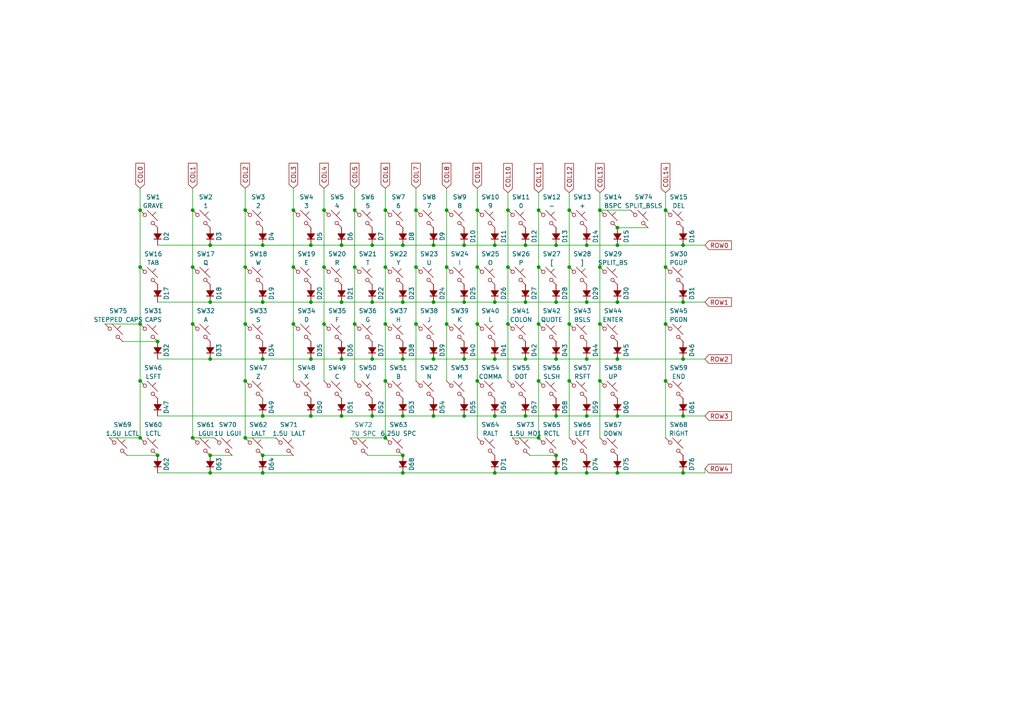
<source format=kicad_sch>
(kicad_sch (version 20230121) (generator eeschema)
  (paper "A4")
  (junction (at 170.18 137.16))
  (junction (at 134.62 104.14))
  (junction (at 60.96 104.14))
  (junction (at 161.29 132.08))
  (junction (at 71.12 77.47))
  (junction (at 179.07 120.65))
  (junction (at 193.04 77.47))
  (junction (at 134.62 71.12))
  (junction (at 76.2 137.16))
  (junction (at 107.95 120.65))
  (junction (at 76.2 120.65))
  (junction (at 85.09 60.96))
  (junction (at 193.04 93.98))
  (junction (at 193.04 60.96))
  (junction (at 156.21 77.47))
  (junction (at 116.84 87.63))
  (junction (at 173.99 110.49))
  (junction (at 152.4 87.63))
  (junction (at 198.12 87.63))
  (junction (at 85.09 77.47))
  (junction (at 93.98 60.96))
  (junction (at 156.21 60.96))
  (junction (at 90.17 71.12))
  (junction (at 99.06 120.65))
  (junction (at 102.87 93.98))
  (junction (at 90.17 87.63))
  (junction (at 71.12 60.96))
  (junction (at 111.76 77.47))
  (junction (at 156.21 93.98))
  (junction (at 138.43 110.49))
  (junction (at 134.62 87.63))
  (junction (at 102.87 77.47))
  (junction (at 138.43 77.47))
  (junction (at 165.1 77.47))
  (junction (at 120.65 60.96))
  (junction (at 71.12 110.49))
  (junction (at 134.62 120.65))
  (junction (at 161.29 120.65))
  (junction (at 165.1 110.49))
  (junction (at 125.73 120.65))
  (junction (at 71.12 127))
  (junction (at 179.07 104.14))
  (junction (at 156.21 127))
  (junction (at 198.12 137.16))
  (junction (at 116.84 132.08))
  (junction (at 173.99 77.47))
  (junction (at 147.32 77.47))
  (junction (at 193.04 110.49))
  (junction (at 60.96 132.08))
  (junction (at 179.07 71.12))
  (junction (at 111.76 60.96))
  (junction (at 60.96 71.12))
  (junction (at 93.98 77.47))
  (junction (at 90.17 120.65))
  (junction (at 55.88 93.98))
  (junction (at 129.54 77.47))
  (junction (at 125.73 87.63))
  (junction (at 125.73 104.14))
  (junction (at 45.72 132.08))
  (junction (at 179.07 66.04))
  (junction (at 40.64 77.47))
  (junction (at 165.1 60.96))
  (junction (at 152.4 120.65))
  (junction (at 76.2 87.63))
  (junction (at 99.06 87.63))
  (junction (at 147.32 60.96))
  (junction (at 116.84 137.16))
  (junction (at 173.99 93.98))
  (junction (at 107.95 87.63))
  (junction (at 198.12 71.12))
  (junction (at 165.1 93.98))
  (junction (at 116.84 120.65))
  (junction (at 76.2 132.08))
  (junction (at 152.4 104.14))
  (junction (at 107.95 71.12))
  (junction (at 170.18 71.12))
  (junction (at 71.12 93.98))
  (junction (at 40.64 110.49))
  (junction (at 179.07 87.63))
  (junction (at 143.51 87.63))
  (junction (at 170.18 87.63))
  (junction (at 125.73 71.12))
  (junction (at 55.88 60.96))
  (junction (at 173.99 60.96))
  (junction (at 99.06 104.14))
  (junction (at 40.64 127))
  (junction (at 161.29 104.14))
  (junction (at 45.72 99.06))
  (junction (at 198.12 120.65))
  (junction (at 147.32 93.98))
  (junction (at 111.76 93.98))
  (junction (at 138.43 60.96))
  (junction (at 120.65 93.98))
  (junction (at 85.09 93.98))
  (junction (at 161.29 87.63))
  (junction (at 111.76 110.49))
  (junction (at 170.18 120.65))
  (junction (at 161.29 71.12))
  (junction (at 179.07 137.16))
  (junction (at 152.4 71.12))
  (junction (at 161.29 137.16))
  (junction (at 102.87 60.96))
  (junction (at 170.18 104.14))
  (junction (at 156.21 110.49))
  (junction (at 111.76 127))
  (junction (at 198.12 104.14))
  (junction (at 40.64 93.98))
  (junction (at 60.96 87.63))
  (junction (at 40.64 60.96))
  (junction (at 107.95 104.14))
  (junction (at 76.2 104.14))
  (junction (at 138.43 93.98))
  (junction (at 143.51 104.14))
  (junction (at 90.17 104.14))
  (junction (at 93.98 93.98))
  (junction (at 129.54 93.98))
  (junction (at 129.54 60.96))
  (junction (at 99.06 71.12))
  (junction (at 143.51 137.16))
  (junction (at 55.88 77.47))
  (junction (at 143.51 71.12))
  (junction (at 76.2 71.12))
  (junction (at 116.84 104.14))
  (junction (at 116.84 71.12))
  (junction (at 55.88 127))
  (junction (at 60.96 137.16))
  (junction (at 143.51 120.65))
  (junction (at 120.65 77.47))
  (wire (pts (xy 60.96 104.14) (xy 76.2 104.14)))
  (wire (pts (xy 165.1 110.49) (xy 165.1 127)))
  (wire (pts (xy 161.29 87.63) (xy 170.18 87.63)))
  (wire (pts (xy 111.76 60.96) (xy 111.76 77.47)))
  (wire (pts (xy 85.09 132.08) (xy 76.2 132.08)))
  (wire (pts (xy 45.72 104.14) (xy 60.96 104.14)))
  (wire (pts (xy 173.99 77.47) (xy 173.99 93.98)))
  (wire (pts (xy 36.83 132.08) (xy 45.72 132.08)))
  (wire (pts (xy 60.96 87.63) (xy 76.2 87.63)))
  (wire (pts (xy 93.98 54.61) (xy 93.98 60.96)))
  (wire (pts (xy 204.47 137.16) (xy 198.12 137.16)))
  (wire (pts (xy 102.87 60.96) (xy 102.87 77.47)))
  (wire (pts (xy 71.12 93.98) (xy 71.12 110.49)))
  (wire (pts (xy 179.07 104.14) (xy 198.12 104.14)))
  (wire (pts (xy 125.73 120.65) (xy 134.62 120.65)))
  (wire (pts (xy 85.09 93.98) (xy 85.09 110.49)))
  (wire (pts (xy 204.47 135.89) (xy 204.47 137.16)))
  (wire (pts (xy 71.12 54.61) (xy 71.12 60.96)))
  (wire (pts (xy 35.56 99.06) (xy 45.72 99.06)))
  (wire (pts (xy 111.76 77.47) (xy 111.76 93.98)))
  (wire (pts (xy 179.07 137.16) (xy 198.12 137.16)))
  (wire (pts (xy 170.18 71.12) (xy 179.07 71.12)))
  (wire (pts (xy 125.73 87.63) (xy 134.62 87.63)))
  (wire (pts (xy 138.43 77.47) (xy 138.43 93.98)))
  (wire (pts (xy 161.29 104.14) (xy 170.18 104.14)))
  (wire (pts (xy 143.51 120.65) (xy 152.4 120.65)))
  (wire (pts (xy 102.87 54.61) (xy 102.87 60.96)))
  (wire (pts (xy 179.07 87.63) (xy 198.12 87.63)))
  (wire (pts (xy 170.18 120.65) (xy 179.07 120.65)))
  (wire (pts (xy 111.76 127) (xy 101.6 127)))
  (wire (pts (xy 55.88 93.98) (xy 55.88 127)))
  (wire (pts (xy 147.32 55.88) (xy 147.32 60.96)))
  (wire (pts (xy 165.1 60.96) (xy 165.1 77.47)))
  (wire (pts (xy 198.12 87.63) (xy 204.47 87.63)))
  (wire (pts (xy 153.67 132.08) (xy 161.29 132.08)))
  (wire (pts (xy 90.17 120.65) (xy 99.06 120.65)))
  (wire (pts (xy 148.59 127) (xy 156.21 127)))
  (wire (pts (xy 45.72 71.12) (xy 60.96 71.12)))
  (wire (pts (xy 193.04 77.47) (xy 193.04 93.98)))
  (wire (pts (xy 193.04 60.96) (xy 193.04 77.47)))
  (wire (pts (xy 71.12 110.49) (xy 71.12 127)))
  (wire (pts (xy 173.99 55.88) (xy 173.99 60.96)))
  (wire (pts (xy 111.76 93.98) (xy 111.76 110.49)))
  (wire (pts (xy 143.51 71.12) (xy 152.4 71.12)))
  (wire (pts (xy 30.48 93.98) (xy 40.64 93.98)))
  (wire (pts (xy 45.72 87.63) (xy 60.96 87.63)))
  (wire (pts (xy 165.1 55.88) (xy 165.1 60.96)))
  (wire (pts (xy 99.06 104.14) (xy 107.95 104.14)))
  (wire (pts (xy 138.43 54.61) (xy 138.43 60.96)))
  (wire (pts (xy 107.95 87.63) (xy 116.84 87.63)))
  (wire (pts (xy 129.54 93.98) (xy 129.54 110.49)))
  (wire (pts (xy 138.43 60.96) (xy 138.43 77.47)))
  (wire (pts (xy 152.4 71.12) (xy 161.29 71.12)))
  (wire (pts (xy 193.04 93.98) (xy 193.04 110.49)))
  (wire (pts (xy 85.09 60.96) (xy 85.09 77.47)))
  (wire (pts (xy 156.21 55.88) (xy 156.21 60.96)))
  (wire (pts (xy 40.64 110.49) (xy 40.64 127)))
  (wire (pts (xy 173.99 110.49) (xy 173.99 127)))
  (wire (pts (xy 165.1 93.98) (xy 165.1 110.49)))
  (wire (pts (xy 143.51 104.14) (xy 152.4 104.14)))
  (wire (pts (xy 45.72 137.16) (xy 60.96 137.16)))
  (wire (pts (xy 143.51 137.16) (xy 161.29 137.16)))
  (wire (pts (xy 134.62 104.14) (xy 143.51 104.14)))
  (wire (pts (xy 107.95 71.12) (xy 116.84 71.12)))
  (wire (pts (xy 116.84 71.12) (xy 125.73 71.12)))
  (wire (pts (xy 85.09 77.47) (xy 85.09 93.98)))
  (wire (pts (xy 55.88 54.61) (xy 55.88 60.96)))
  (wire (pts (xy 93.98 93.98) (xy 93.98 110.49)))
  (wire (pts (xy 99.06 87.63) (xy 107.95 87.63)))
  (wire (pts (xy 179.07 120.65) (xy 198.12 120.65)))
  (wire (pts (xy 80.01 127) (xy 71.12 127)))
  (wire (pts (xy 129.54 54.61) (xy 129.54 60.96)))
  (wire (pts (xy 60.96 132.08) (xy 67.31 132.08)))
  (wire (pts (xy 76.2 137.16) (xy 116.84 137.16)))
  (wire (pts (xy 143.51 87.63) (xy 152.4 87.63)))
  (wire (pts (xy 116.84 137.16) (xy 143.51 137.16)))
  (wire (pts (xy 156.21 60.96) (xy 156.21 77.47)))
  (wire (pts (xy 90.17 71.12) (xy 99.06 71.12)))
  (wire (pts (xy 125.73 71.12) (xy 134.62 71.12)))
  (wire (pts (xy 106.68 132.08) (xy 116.84 132.08)))
  (wire (pts (xy 120.65 54.61) (xy 120.65 60.96)))
  (wire (pts (xy 116.84 104.14) (xy 125.73 104.14)))
  (wire (pts (xy 147.32 93.98) (xy 147.32 110.49)))
  (wire (pts (xy 134.62 71.12) (xy 143.51 71.12)))
  (wire (pts (xy 40.64 60.96) (xy 40.64 77.47)))
  (wire (pts (xy 161.29 137.16) (xy 170.18 137.16)))
  (wire (pts (xy 120.65 93.98) (xy 120.65 110.49)))
  (wire (pts (xy 193.04 55.88) (xy 193.04 60.96)))
  (wire (pts (xy 152.4 87.63) (xy 161.29 87.63)))
  (wire (pts (xy 76.2 104.14) (xy 90.17 104.14)))
  (wire (pts (xy 71.12 60.96) (xy 71.12 77.47)))
  (wire (pts (xy 170.18 104.14) (xy 179.07 104.14)))
  (wire (pts (xy 147.32 77.47) (xy 147.32 93.98)))
  (wire (pts (xy 134.62 120.65) (xy 143.51 120.65)))
  (wire (pts (xy 156.21 77.47) (xy 156.21 93.98)))
  (wire (pts (xy 102.87 77.47) (xy 102.87 93.98)))
  (wire (pts (xy 93.98 60.96) (xy 93.98 77.47)))
  (wire (pts (xy 85.09 54.61) (xy 85.09 60.96)))
  (wire (pts (xy 60.96 137.16) (xy 76.2 137.16)))
  (wire (pts (xy 179.07 71.12) (xy 198.12 71.12)))
  (wire (pts (xy 125.73 104.14) (xy 134.62 104.14)))
  (wire (pts (xy 62.23 127) (xy 55.88 127)))
  (wire (pts (xy 152.4 104.14) (xy 161.29 104.14)))
  (wire (pts (xy 193.04 110.49) (xy 193.04 127)))
  (wire (pts (xy 198.12 120.65) (xy 204.47 120.65)))
  (wire (pts (xy 198.12 71.12) (xy 204.47 71.12)))
  (wire (pts (xy 55.88 60.96) (xy 55.88 77.47)))
  (wire (pts (xy 134.62 87.63) (xy 143.51 87.63)))
  (wire (pts (xy 170.18 87.63) (xy 179.07 87.63)))
  (wire (pts (xy 156.21 110.49) (xy 156.21 127)))
  (wire (pts (xy 138.43 110.49) (xy 138.43 127)))
  (wire (pts (xy 31.75 127) (xy 40.64 127)))
  (wire (pts (xy 55.88 77.47) (xy 55.88 93.98)))
  (wire (pts (xy 138.43 93.98) (xy 138.43 110.49)))
  (wire (pts (xy 147.32 60.96) (xy 147.32 77.47)))
  (wire (pts (xy 152.4 120.65) (xy 161.29 120.65)))
  (wire (pts (xy 99.06 71.12) (xy 107.95 71.12)))
  (wire (pts (xy 165.1 77.47) (xy 165.1 93.98)))
  (wire (pts (xy 90.17 87.63) (xy 99.06 87.63)))
  (wire (pts (xy 71.12 77.47) (xy 71.12 93.98)))
  (wire (pts (xy 60.96 71.12) (xy 76.2 71.12)))
  (wire (pts (xy 40.64 54.61) (xy 40.64 60.96)))
  (wire (pts (xy 120.65 77.47) (xy 120.65 93.98)))
  (wire (pts (xy 111.76 54.61) (xy 111.76 60.96)))
  (wire (pts (xy 129.54 60.96) (xy 129.54 77.47)))
  (wire (pts (xy 173.99 93.98) (xy 173.99 110.49)))
  (wire (pts (xy 102.87 93.98) (xy 102.87 110.49)))
  (wire (pts (xy 156.21 93.98) (xy 156.21 110.49)))
  (wire (pts (xy 76.2 120.65) (xy 90.17 120.65)))
  (wire (pts (xy 107.95 104.14) (xy 116.84 104.14)))
  (wire (pts (xy 161.29 71.12) (xy 170.18 71.12)))
  (wire (pts (xy 198.12 104.14) (xy 204.47 104.14)))
  (wire (pts (xy 90.17 104.14) (xy 99.06 104.14)))
  (wire (pts (xy 40.64 93.98) (xy 40.64 110.49)))
  (wire (pts (xy 45.72 120.65) (xy 76.2 120.65)))
  (wire (pts (xy 129.54 77.47) (xy 129.54 93.98)))
  (wire (pts (xy 116.84 120.65) (xy 125.73 120.65)))
  (wire (pts (xy 76.2 71.12) (xy 90.17 71.12)))
  (wire (pts (xy 99.06 120.65) (xy 107.95 120.65)))
  (wire (pts (xy 93.98 77.47) (xy 93.98 93.98)))
  (wire (pts (xy 76.2 87.63) (xy 90.17 87.63)))
  (wire (pts (xy 116.84 87.63) (xy 125.73 87.63)))
  (wire (pts (xy 107.95 120.65) (xy 116.84 120.65)))
  (wire (pts (xy 173.99 60.96) (xy 173.99 77.47)))
  (wire (pts (xy 120.65 60.96) (xy 120.65 77.47)))
  (wire (pts (xy 170.18 137.16) (xy 179.07 137.16)))
  (wire (pts (xy 179.07 66.04) (xy 187.96 66.04)))
  (wire (pts (xy 161.29 120.65) (xy 170.18 120.65)))
  (wire (pts (xy 173.99 60.96) (xy 182.88 60.96)))
  (wire (pts (xy 40.64 77.47) (xy 40.64 93.98)))
  (wire (pts (xy 111.76 110.49) (xy 111.76 127)))
  (global_label "COL9" (shape input) (at 138.43 54.61 90) (property "Intersheetrefs" "${INTERSHEET_REFS}" (effects hide)))
  (global_label "COL0" (shape input) (at 40.64 54.61 90) (property "Intersheetrefs" "${INTERSHEET_REFS}" (effects hide)))
  (global_label "ROW4" (shape input) (at 204.47 135.89 0) (property "Intersheetrefs" "${INTERSHEET_REFS}" (effects hide)))
  (global_label "COL14" (shape input) (at 193.04 55.88 90) (property "Intersheetrefs" "${INTERSHEET_REFS}" (effects hide)))
  (global_label "COL3" (shape input) (at 85.09 54.61 90) (property "Intersheetrefs" "${INTERSHEET_REFS}" (effects hide)))
  (global_label "ROW0" (shape input) (at 204.47 71.12 0) (property "Intersheetrefs" "${INTERSHEET_REFS}" (effects hide)))
  (global_label "COL4" (shape input) (at 93.98 54.61 90) (property "Intersheetrefs" "${INTERSHEET_REFS}" (effects hide)))
  (global_label "COL12" (shape input) (at 165.1 55.88 90) (property "Intersheetrefs" "${INTERSHEET_REFS}" (effects hide)))
  (global_label "COL2" (shape input) (at 71.12 54.61 90) (property "Intersheetrefs" "${INTERSHEET_REFS}" (effects hide)))
  (global_label "COL5" (shape input) (at 102.87 54.61 90) (property "Intersheetrefs" "${INTERSHEET_REFS}" (effects hide)))
  (global_label "COL8" (shape input) (at 129.54 54.61 90) (property "Intersheetrefs" "${INTERSHEET_REFS}" (effects hide)))
  (global_label "COL13" (shape input) (at 173.99 55.88 90) (property "Intersheetrefs" "${INTERSHEET_REFS}" (effects hide)))
  (global_label "COL1" (shape input) (at 55.88 54.61 90) (property "Intersheetrefs" "${INTERSHEET_REFS}" (effects hide)))
  (global_label "COL10" (shape input) (at 147.32 55.88 90) (property "Intersheetrefs" "${INTERSHEET_REFS}" (effects hide)))
  (global_label "COL11" (shape input) (at 156.21 55.88 90) (property "Intersheetrefs" "${INTERSHEET_REFS}" (effects hide)))
  (global_label "ROW3" (shape input) (at 204.47 120.65 0) (property "Intersheetrefs" "${INTERSHEET_REFS}" (effects hide)))
  (global_label "COL7" (shape input) (at 120.65 54.61 90) (property "Intersheetrefs" "${INTERSHEET_REFS}" (effects hide)))
  (global_label "COL6" (shape input) (at 111.76 54.61 90) (property "Intersheetrefs" "${INTERSHEET_REFS}" (effects hide)))
  (global_label "ROW1" (shape input) (at 204.47 87.63 0) (property "Intersheetrefs" "${INTERSHEET_REFS}" (effects hide)))
  (global_label "ROW2" (shape input) (at 204.47 104.14 0) (property "Intersheetrefs" "${INTERSHEET_REFS}" (effects hide)))
  (symbol (lib_id "Switch:SW_Push_45deg") (at 158.75 80.01 0) (unit 1)
    (property "Reference" "SW27" (at 160.02 73.66 0))
    (property "Value" "[" (at 160.02 76.2 0))
    (property "Footprint" "PCM_Switch_Keyboard_Cherry_MX:SW_Cherry_MX_PCB_1.00u_valueprint" (effects hide))
  )
  (symbol (lib_id "Device:D_Small_Filled") (at 152.4 101.6 90) (unit 1)
    (property "Reference" "D42" (at 154.94 101.6 0))
    (property "Value" "D_Small_Filled" (effects hide))
    (property "Footprint" "Diode_SMD:D_SOD-123" (effects hide))
    (property "Sim.Device" "D" (effects hide))
    (property "Sim.Pins" "1=K 2=A" (effects hide))
  )
  (symbol (lib_id "Switch:SW_Push_45deg") (at 58.42 129.54 0) (unit 1)
    (property "Reference" "SW61" (at 59.69 123.19 0))
    (property "Value" "LGUI" (at 59.69 125.73 0))
    (property "Footprint" "PCM_Switch_Keyboard_Cherry_MX:SW_Cherry_MX_PCB_1.25u_valueprint" (effects hide))
  )
  (symbol (lib_id "Device:D_Small_Filled") (at 90.17 85.09 90) (unit 1)
    (property "Reference" "D20" (at 92.71 85.09 0))
    (property "Value" "D_Small_Filled" (effects hide))
    (property "Footprint" "Diode_SMD:D_SOD-123" (effects hide))
    (property "Sim.Device" "D" (effects hide))
    (property "Sim.Pins" "1=K 2=A" (effects hide))
  )
  (symbol (lib_id "Device:D_Small_Filled") (at 179.07 68.58 90) (unit 1)
    (property "Reference" "D15" (at 181.61 68.58 0))
    (property "Value" "D_Small_Filled" (effects hide))
    (property "Footprint" "Diode_SMD:D_SOD-123" (effects hide))
    (property "Sim.Device" "D" (effects hide))
    (property "Sim.Pins" "1=K 2=A" (effects hide))
  )
  (symbol (lib_id "Device:D_Small_Filled") (at 161.29 68.58 90) (unit 1)
    (property "Reference" "D13" (at 163.83 68.58 0))
    (property "Value" "D_Small_Filled" (effects hide))
    (property "Footprint" "Diode_SMD:D_SOD-123" (effects hide))
    (property "Sim.Device" "D" (effects hide))
    (property "Sim.Pins" "1=K 2=A" (effects hide))
  )
  (symbol (lib_id "Switch:SW_Push_45deg") (at 132.08 63.5 0) (unit 1)
    (property "Reference" "SW9" (at 133.35 57.15 0))
    (property "Value" "8" (at 133.35 59.69 0))
    (property "Footprint" "PCM_Switch_Keyboard_Cherry_MX:SW_Cherry_MX_PCB_1.00u_valueprint" (effects hide))
  )
  (symbol (lib_id "Switch:SW_Push_45deg") (at 123.19 80.01 0) (unit 1)
    (property "Reference" "SW23" (at 124.46 73.66 0))
    (property "Value" "U" (at 124.46 76.2 0))
    (property "Footprint" "PCM_Switch_Keyboard_Cherry_MX:SW_Cherry_MX_PCB_1.00u_valueprint" (effects hide))
  )
  (symbol (lib_id "Switch:SW_Push_45deg") (at 34.29 129.54 0) (unit 1)
    (property "Reference" "SW69" (at 35.56 123.19 0))
    (property "Value" "1.5U LCTL" (at 35.56 125.73 0))
    (property "Footprint" "PCM_Switch_Keyboard_Cherry_MX:SW_Cherry_MX_PCB_1.50u_valueprint" (effects hide))
  )
  (symbol (lib_id "Device:D_Small_Filled") (at 107.95 118.11 90) (unit 1)
    (property "Reference" "D52" (at 110.49 118.11 0))
    (property "Value" "D_Small_Filled" (effects hide))
    (property "Footprint" "Diode_SMD:D_SOD-123" (effects hide))
    (property "Sim.Device" "D" (effects hide))
    (property "Sim.Pins" "1=K 2=A" (effects hide))
  )
  (symbol (lib_id "Switch:SW_Push_45deg") (at 43.18 96.52 0) (unit 1)
    (property "Reference" "SW31" (at 44.45 90.17 0))
    (property "Value" "CAPS" (at 44.45 92.71 0))
    (property "Footprint" "PCM_Switch_Keyboard_Cherry_MX:SW_Cherry_MX_PCB_1.75u_valueprint" (effects hide))
  )
  (symbol (lib_id "Device:D_Small_Filled") (at 143.51 85.09 90) (unit 1)
    (property "Reference" "D26" (at 146.05 85.09 0))
    (property "Value" "D_Small_Filled" (effects hide))
    (property "Footprint" "Diode_SMD:D_SOD-123" (effects hide))
    (property "Sim.Device" "D" (effects hide))
    (property "Sim.Pins" "1=K 2=A" (effects hide))
  )
  (symbol (lib_id "Switch:SW_Push_45deg") (at 105.41 113.03 0) (unit 1)
    (property "Reference" "SW50" (at 106.68 106.68 0))
    (property "Value" "V" (at 106.68 109.22 0))
    (property "Footprint" "PCM_Switch_Keyboard_Cherry_MX:SW_Cherry_MX_PCB_1.00u_valueprint" (effects hide))
  )
  (symbol (lib_id "Switch:SW_Push_45deg") (at 96.52 63.5 0) (unit 1)
    (property "Reference" "SW5" (at 97.79 57.15 0))
    (property "Value" "4" (at 97.79 59.69 0))
    (property "Footprint" "PCM_Switch_Keyboard_Cherry_MX:SW_Cherry_MX_PCB_1.00u_valueprint" (effects hide))
  )
  (symbol (lib_id "Device:D_Small_Filled") (at 143.51 68.58 90) (unit 1)
    (property "Reference" "D11" (at 146.05 68.58 0))
    (property "Value" "D_Small_Filled" (effects hide))
    (property "Footprint" "Diode_SMD:D_SOD-123" (effects hide))
    (property "Sim.Device" "D" (effects hide))
    (property "Sim.Pins" "1=K 2=A" (effects hide))
  )
  (symbol (lib_id "Device:D_Small_Filled") (at 60.96 68.58 90) (unit 1)
    (property "Reference" "D3" (at 63.5 68.58 0))
    (property "Value" "D_Small_Filled" (effects hide))
    (property "Footprint" "Diode_SMD:D_SOD-123" (effects hide))
    (property "Sim.Device" "D" (effects hide))
    (property "Sim.Pins" "1=K 2=A" (effects hide))
  )
  (symbol (lib_id "Device:D_Small_Filled") (at 134.62 85.09 90) (unit 1)
    (property "Reference" "D25" (at 137.16 85.09 0))
    (property "Value" "D_Small_Filled" (effects hide))
    (property "Footprint" "Diode_SMD:D_SOD-123" (effects hide))
    (property "Sim.Device" "D" (effects hide))
    (property "Sim.Pins" "1=K 2=A" (effects hide))
  )
  (symbol (lib_id "Switch:SW_Push_45deg") (at 149.86 96.52 0) (unit 1)
    (property "Reference" "SW41" (at 151.13 90.17 0))
    (property "Value" "COLON" (at 151.13 92.71 0))
    (property "Footprint" "PCM_Switch_Keyboard_Cherry_MX:SW_Cherry_MX_PCB_1.00u_valueprint" (effects hide))
  )
  (symbol (lib_id "Switch:SW_Push_45deg") (at 158.75 63.5 0) (unit 1)
    (property "Reference" "SW12" (at 160.02 57.15 0))
    (property "Value" "-" (at 160.02 59.69 0))
    (property "Footprint" "PCM_Switch_Keyboard_Cherry_MX:SW_Cherry_MX_PCB_1.00u_valueprint" (effects hide))
  )
  (symbol (lib_id "Switch:SW_Push_45deg") (at 195.58 80.01 0) (unit 1)
    (property "Reference" "SW30" (at 196.85 73.66 0))
    (property "Value" "PGUP" (at 196.85 76.2 0))
    (property "Footprint" "PCM_Switch_Keyboard_Cherry_MX:SW_Cherry_MX_PCB_1.00u_valueprint" (effects hide))
  )
  (symbol (lib_id "Switch:SW_Push_45deg") (at 167.64 96.52 0) (unit 1)
    (property "Reference" "SW43" (at 168.91 90.17 0))
    (property "Value" "BSLS" (at 168.91 92.71 0))
    (property "Footprint" "PCM_Switch_Keyboard_Cherry_MX:SW_Cherry_MX_PCB_1.50u_valueprint" (effects hide))
  )
  (symbol (lib_id "Device:D_Small_Filled") (at 161.29 118.11 90) (unit 1)
    (property "Reference" "D58" (at 163.83 118.11 0))
    (property "Value" "D_Small_Filled" (effects hide))
    (property "Footprint" "Diode_SMD:D_SOD-123" (effects hide))
    (property "Sim.Device" "D" (effects hide))
    (property "Sim.Pins" "1=K 2=A" (effects hide))
  )
  (symbol (lib_id "Switch:SW_Push_45deg") (at 96.52 113.03 0) (unit 1)
    (property "Reference" "SW49" (at 97.79 106.68 0))
    (property "Value" "C" (at 97.79 109.22 0))
    (property "Footprint" "PCM_Switch_Keyboard_Cherry_MX:SW_Cherry_MX_PCB_1.00u_valueprint" (effects hide))
  )
  (symbol (lib_id "Switch:SW_Push_45deg") (at 149.86 113.03 0) (unit 1)
    (property "Reference" "SW55" (at 151.13 106.68 0))
    (property "Value" "DOT" (at 151.13 109.22 0))
    (property "Footprint" "PCM_Switch_Keyboard_Cherry_MX:SW_Cherry_MX_PCB_1.00u_valueprint" (effects hide))
  )
  (symbol (lib_id "Switch:SW_Push_45deg") (at 43.18 129.54 0) (unit 1)
    (property "Reference" "SW60" (at 44.45 123.19 0))
    (property "Value" "LCTL" (at 44.45 125.73 0))
    (property "Footprint" "PCM_Switch_Keyboard_Cherry_MX:SW_Cherry_MX_PCB_1.25u_valueprint" (effects hide))
  )
  (symbol (lib_id "Switch:SW_Push_45deg") (at 96.52 80.01 0) (unit 1)
    (property "Reference" "SW20" (at 97.79 73.66 0))
    (property "Value" "R" (at 97.79 76.2 0))
    (property "Footprint" "PCM_Switch_Keyboard_Cherry_MX:SW_Cherry_MX_PCB_1.00u_valueprint" (effects hide))
  )
  (symbol (lib_id "Switch:SW_Push_45deg") (at 123.19 96.52 0) (unit 1)
    (property "Reference" "SW38" (at 124.46 90.17 0))
    (property "Value" "J" (at 124.46 92.71 0))
    (property "Footprint" "PCM_Switch_Keyboard_Cherry_MX:SW_Cherry_MX_PCB_1.00u_valueprint" (effects hide))
  )
  (symbol (lib_id "Switch:SW_Push_45deg") (at 114.3 80.01 0) (unit 1)
    (property "Reference" "SW22" (at 115.57 73.66 0))
    (property "Value" "Y" (at 115.57 76.2 0))
    (property "Footprint" "PCM_Switch_Keyboard_Cherry_MX:SW_Cherry_MX_PCB_1.00u_valueprint" (effects hide))
  )
  (symbol (lib_id "Device:D_Small_Filled") (at 198.12 68.58 90) (unit 1)
    (property "Reference" "D16" (at 200.66 68.58 0))
    (property "Value" "D_Small_Filled" (effects hide))
    (property "Footprint" "Diode_SMD:D_SOD-123" (effects hide))
    (property "Sim.Device" "D" (effects hide))
    (property "Sim.Pins" "1=K 2=A" (effects hide))
  )
  (symbol (lib_id "Switch:SW_Push_45deg") (at 123.19 63.5 0) (unit 1)
    (property "Reference" "SW8" (at 124.46 57.15 0))
    (property "Value" "7" (at 124.46 59.69 0))
    (property "Footprint" "PCM_Switch_Keyboard_Cherry_MX:SW_Cherry_MX_PCB_1.00u_valueprint" (effects hide))
  )
  (symbol (lib_id "Switch:SW_Push_45deg") (at 73.66 96.52 0) (unit 1)
    (property "Reference" "SW33" (at 74.93 90.17 0))
    (property "Value" "S" (at 74.93 92.71 0))
    (property "Footprint" "PCM_Switch_Keyboard_Cherry_MX:SW_Cherry_MX_PCB_1.00u_valueprint" (effects hide))
  )
  (symbol (lib_id "Switch:SW_Push_45deg") (at 73.66 63.5 0) (unit 1)
    (property "Reference" "SW3" (at 74.93 57.15 0))
    (property "Value" "2" (at 74.93 59.69 0))
    (property "Footprint" "PCM_Switch_Keyboard_Cherry_MX:SW_Cherry_MX_PCB_1.00u_valueprint" (effects hide))
  )
  (symbol (lib_id "Switch:SW_Push_45deg") (at 73.66 80.01 0) (unit 1)
    (property "Reference" "SW18" (at 74.93 73.66 0))
    (property "Value" "W" (at 74.93 76.2 0))
    (property "Footprint" "PCM_Switch_Keyboard_Cherry_MX:SW_Cherry_MX_PCB_1.00u_valueprint" (effects hide))
  )
  (symbol (lib_id "Switch:SW_Push_45deg") (at 176.53 113.03 0) (unit 1)
    (property "Reference" "SW58" (at 177.8 106.68 0))
    (property "Value" "UP" (at 177.8 109.22 0))
    (property "Footprint" "PCM_Switch_Keyboard_Cherry_MX:SW_Cherry_MX_PCB_1.00u_valueprint" (effects hide))
  )
  (symbol (lib_id "Device:D_Small_Filled") (at 99.06 85.09 90) (unit 1)
    (property "Reference" "D21" (at 101.6 85.09 0))
    (property "Value" "D_Small_Filled" (effects hide))
    (property "Footprint" "Diode_SMD:D_SOD-123" (effects hide))
    (property "Sim.Device" "D" (effects hide))
    (property "Sim.Pins" "1=K 2=A" (effects hide))
  )
  (symbol (lib_id "Switch:SW_Push_45deg") (at 123.19 113.03 0) (unit 1)
    (property "Reference" "SW52" (at 124.46 106.68 0))
    (property "Value" "N" (at 124.46 109.22 0))
    (property "Footprint" "PCM_Switch_Keyboard_Cherry_MX:SW_Cherry_MX_PCB_1.00u_valueprint" (effects hide))
  )
  (symbol (lib_id "Switch:SW_Push_45deg") (at 114.3 129.54 0) (unit 1)
    (property "Reference" "SW63" (at 115.57 123.19 0))
    (property "Value" "6.25U SPC" (at 115.57 125.73 0))
    (property "Footprint" "PCM_Switch_Keyboard_Cherry_MX:SW_Cherry_MX_PCB_6.25u" (effects hide))
  )
  (symbol (lib_id "Device:D_Small_Filled") (at 45.72 134.62 90) (unit 1)
    (property "Reference" "D62" (at 48.26 134.62 0))
    (property "Value" "D_Small_Filled" (effects hide))
    (property "Footprint" "Diode_SMD:D_SOD-123" (effects hide))
    (property "Sim.Device" "D" (effects hide))
    (property "Sim.Pins" "1=K 2=A" (effects hide))
  )
  (symbol (lib_id "Device:D_Small_Filled") (at 170.18 134.62 90) (unit 1)
    (property "Reference" "D74" (at 172.72 134.62 0))
    (property "Value" "D_Small_Filled" (effects hide))
    (property "Footprint" "Diode_SMD:D_SOD-123" (effects hide))
    (property "Sim.Device" "D" (effects hide))
    (property "Sim.Pins" "1=K 2=A" (effects hide))
  )
  (symbol (lib_id "Device:D_Small_Filled") (at 76.2 85.09 90) (unit 1)
    (property "Reference" "D19" (at 78.74 85.09 0))
    (property "Value" "D_Small_Filled" (effects hide))
    (property "Footprint" "Diode_SMD:D_SOD-123" (effects hide))
    (property "Sim.Device" "D" (effects hide))
    (property "Sim.Pins" "1=K 2=A" (effects hide))
  )
  (symbol (lib_id "Device:D_Small_Filled") (at 45.72 101.6 90) (unit 1)
    (property "Reference" "D32" (at 48.26 101.6 0))
    (property "Value" "D_Small_Filled" (effects hide))
    (property "Footprint" "Diode_SMD:D_SOD-123" (effects hide))
    (property "Sim.Device" "D" (effects hide))
    (property "Sim.Pins" "1=K 2=A" (effects hide))
  )
  (symbol (lib_id "Device:D_Small_Filled") (at 76.2 101.6 90) (unit 1)
    (property "Reference" "D34" (at 78.74 101.6 0))
    (property "Value" "D_Small_Filled" (effects hide))
    (property "Footprint" "Diode_SMD:D_SOD-123" (effects hide))
    (property "Sim.Device" "D" (effects hide))
    (property "Sim.Pins" "1=K 2=A" (effects hide))
  )
  (symbol (lib_id "Switch:SW_Push_45deg") (at 195.58 96.52 0) (unit 1)
    (property "Reference" "SW45" (at 196.85 90.17 0))
    (property "Value" "PGDN" (at 196.85 92.71 0))
    (property "Footprint" "PCM_Switch_Keyboard_Cherry_MX:SW_Cherry_MX_PCB_1.00u_valueprint" (effects hide))
  )
  (symbol (lib_id "Device:D_Small_Filled") (at 134.62 118.11 90) (unit 1)
    (property "Reference" "D55" (at 137.16 118.11 0))
    (property "Value" "D_Small_Filled" (effects hide))
    (property "Footprint" "Diode_SMD:D_SOD-123" (effects hide))
    (property "Sim.Device" "D" (effects hide))
    (property "Sim.Pins" "1=K 2=A" (effects hide))
  )
  (symbol (lib_id "Switch:SW_Push_45deg") (at 82.55 129.54 0) (unit 1)
    (property "Reference" "SW71" (at 83.82 123.19 0))
    (property "Value" "1.5U LALT" (at 83.82 125.73 0))
    (property "Footprint" "PCM_Switch_Keyboard_Cherry_MX:SW_Cherry_MX_PCB_1.50u_valueprint" (effects hide))
  )
  (symbol (lib_id "Switch:SW_Push_45deg") (at 105.41 80.01 0) (unit 1)
    (property "Reference" "SW21" (at 106.68 73.66 0))
    (property "Value" "T" (at 106.68 76.2 0))
    (property "Footprint" "PCM_Switch_Keyboard_Cherry_MX:SW_Cherry_MX_PCB_1.00u_valueprint" (effects hide))
  )
  (symbol (lib_id "Device:D_Small_Filled") (at 198.12 118.11 90) (unit 1)
    (property "Reference" "D61" (at 200.66 118.11 0))
    (property "Value" "D_Small_Filled" (effects hide))
    (property "Footprint" "Diode_SMD:D_SOD-123" (effects hide))
    (property "Sim.Device" "D" (effects hide))
    (property "Sim.Pins" "1=K 2=A" (effects hide))
  )
  (symbol (lib_id "Device:D_Small_Filled") (at 60.96 85.09 90) (unit 1)
    (property "Reference" "D18" (at 63.5 85.09 0))
    (property "Value" "D_Small_Filled" (effects hide))
    (property "Footprint" "Diode_SMD:D_SOD-123" (effects hide))
    (property "Sim.Device" "D" (effects hide))
    (property "Sim.Pins" "1=K 2=A" (effects hide))
  )
  (symbol (lib_id "Switch:SW_Push_45deg") (at 167.64 80.01 0) (unit 1)
    (property "Reference" "SW28" (at 168.91 73.66 0))
    (property "Value" "]" (at 168.91 76.2 0))
    (property "Footprint" "PCM_Switch_Keyboard_Cherry_MX:SW_Cherry_MX_PCB_1.00u_valueprint" (effects hide))
  )
  (symbol (lib_id "Device:D_Small_Filled") (at 161.29 134.62 90) (unit 1)
    (property "Reference" "D73" (at 163.83 134.62 0))
    (property "Value" "D_Small_Filled" (effects hide))
    (property "Footprint" "Diode_SMD:D_SOD-123" (effects hide))
    (property "Sim.Device" "D" (effects hide))
    (property "Sim.Pins" "1=K 2=A" (effects hide))
  )
  (symbol (lib_id "Switch:SW_Push_45deg") (at 43.18 113.03 0) (unit 1)
    (property "Reference" "SW46" (at 44.45 106.68 0))
    (property "Value" "LSFT" (at 44.45 109.22 0))
    (property "Footprint" "PCM_Switch_Keyboard_Cherry_MX:SW_Cherry_MX_PCB_2.25u_valueprint" (effects hide))
  )
  (symbol (lib_id "Device:D_Small_Filled") (at 170.18 85.09 90) (unit 1)
    (property "Reference" "D29" (at 172.72 85.09 0))
    (property "Value" "D_Small_Filled" (effects hide))
    (property "Footprint" "Diode_SMD:D_SOD-123" (effects hide))
    (property "Sim.Device" "D" (effects hide))
    (property "Sim.Pins" "1=K 2=A" (effects hide))
  )
  (symbol (lib_id "Switch:SW_Push_45deg") (at 73.66 129.54 0) (unit 1)
    (property "Reference" "SW62" (at 74.93 123.19 0))
    (property "Value" "LALT" (at 74.93 125.73 0))
    (property "Footprint" "PCM_Switch_Keyboard_Cherry_MX:SW_Cherry_MX_PCB_1.25u_valueprint" (effects hide))
  )
  (symbol (lib_id "Device:D_Small_Filled") (at 99.06 68.58 90) (unit 1)
    (property "Reference" "D6" (at 101.6 68.58 0))
    (property "Value" "D_Small_Filled" (effects hide))
    (property "Footprint" "Diode_SMD:D_SOD-123" (effects hide))
    (property "Sim.Device" "D" (effects hide))
    (property "Sim.Pins" "1=K 2=A" (effects hide))
  )
  (symbol (lib_id "Switch:SW_Push_45deg") (at 176.53 63.5 0) (unit 1)
    (property "Reference" "SW14" (at 177.8 57.15 0))
    (property "Value" "BSPC" (at 177.8 59.69 0))
    (property "Footprint" "PCM_Switch_Keyboard_Cherry_MX:SW_Cherry_MX_PCB_2.00u_valueprint" (effects hide))
  )
  (symbol (lib_id "Device:D_Small_Filled") (at 152.4 68.58 90) (unit 1)
    (property "Reference" "D12" (at 154.94 68.58 0))
    (property "Value" "D_Small_Filled" (effects hide))
    (property "Footprint" "Diode_SMD:D_SOD-123" (effects hide))
    (property "Sim.Device" "D" (effects hide))
    (property "Sim.Pins" "1=K 2=A" (effects hide))
  )
  (symbol (lib_id "Switch:SW_Push_45deg") (at 140.97 113.03 0) (unit 1)
    (property "Reference" "SW54" (at 142.24 106.68 0))
    (property "Value" "COMMA" (at 142.24 109.22 0))
    (property "Footprint" "PCM_Switch_Keyboard_Cherry_MX:SW_Cherry_MX_PCB_1.00u_valueprint" (effects hide))
  )
  (symbol (lib_id "Device:D_Small_Filled") (at 170.18 68.58 90) (unit 1)
    (property "Reference" "D14" (at 172.72 68.58 0))
    (property "Value" "D_Small_Filled" (effects hide))
    (property "Footprint" "Diode_SMD:D_SOD-123" (effects hide))
    (property "Sim.Device" "D" (effects hide))
    (property "Sim.Pins" "1=K 2=A" (effects hide))
  )
  (symbol (lib_id "Device:D_Small_Filled") (at 170.18 101.6 90) (unit 1)
    (property "Reference" "D44" (at 172.72 101.6 0))
    (property "Value" "D_Small_Filled" (effects hide))
    (property "Footprint" "Diode_SMD:D_SOD-123" (effects hide))
    (property "Sim.Device" "D" (effects hide))
    (property "Sim.Pins" "1=K 2=A" (effects hide))
  )
  (symbol (lib_id "Switch:SW_Push_45deg") (at 43.18 80.01 0) (unit 1)
    (property "Reference" "SW16" (at 44.45 73.66 0))
    (property "Value" "TAB" (at 44.45 76.2 0))
    (property "Footprint" "PCM_Switch_Keyboard_Cherry_MX:SW_Cherry_MX_PCB_1.50u_valueprint" (effects hide))
  )
  (symbol (lib_id "Switch:SW_Push_45deg") (at 176.53 96.52 0) (unit 1)
    (property "Reference" "SW44" (at 177.8 90.17 0))
    (property "Value" "ENTER" (at 177.8 92.71 0))
    (property "Footprint" "PCM_Switch_Keyboard_Cherry_MX:SW_Cherry_MX_PCB_2.25u_valueprint" (effects hide))
  )
  (symbol (lib_id "Switch:SW_Push_45deg") (at 132.08 113.03 0) (unit 1)
    (property "Reference" "SW53" (at 133.35 106.68 0))
    (property "Value" "M" (at 133.35 109.22 0))
    (property "Footprint" "PCM_Switch_Keyboard_Cherry_MX:SW_Cherry_MX_PCB_1.00u_valueprint" (effects hide))
  )
  (symbol (lib_id "Switch:SW_Push_45deg") (at 73.66 113.03 0) (unit 1)
    (property "Reference" "SW47" (at 74.93 106.68 0))
    (property "Value" "Z" (at 74.93 109.22 0))
    (property "Footprint" "PCM_Switch_Keyboard_Cherry_MX:SW_Cherry_MX_PCB_1.00u_valueprint" (effects hide))
  )
  (symbol (lib_id "Device:D_Small_Filled") (at 143.51 134.62 90) (unit 1)
    (property "Reference" "D71" (at 146.05 134.62 0))
    (property "Value" "D_Small_Filled" (effects hide))
    (property "Footprint" "Diode_SMD:D_SOD-123" (effects hide))
    (property "Sim.Device" "D" (effects hide))
    (property "Sim.Pins" "1=K 2=A" (effects hide))
  )
  (symbol (lib_id "Device:D_Small_Filled") (at 116.84 101.6 90) (unit 1)
    (property "Reference" "D38" (at 119.38 101.6 0))
    (property "Value" "D_Small_Filled" (effects hide))
    (property "Footprint" "Diode_SMD:D_SOD-123" (effects hide))
    (property "Sim.Device" "D" (effects hide))
    (property "Sim.Pins" "1=K 2=A" (effects hide))
  )
  (symbol (lib_id "Device:D_Small_Filled") (at 125.73 101.6 90) (unit 1)
    (property "Reference" "D39" (at 128.27 101.6 0))
    (property "Value" "D_Small_Filled" (effects hide))
    (property "Footprint" "Diode_SMD:D_SOD-123" (effects hide))
    (property "Sim.Device" "D" (effects hide))
    (property "Sim.Pins" "1=K 2=A" (effects hide))
  )
  (symbol (lib_id "Switch:SW_Push_45deg") (at 167.64 63.5 0) (unit 1)
    (property "Reference" "SW13" (at 168.91 57.15 0))
    (property "Value" "+" (at 168.91 59.69 0))
    (property "Footprint" "PCM_Switch_Keyboard_Cherry_MX:SW_Cherry_MX_PCB_1.00u_valueprint" (effects hide))
  )
  (symbol (lib_id "Switch:SW_Push_45deg") (at 114.3 113.03 0) (unit 1)
    (property "Reference" "SW51" (at 115.57 106.68 0))
    (property "Value" "B" (at 115.57 109.22 0))
    (property "Footprint" "PCM_Switch_Keyboard_Cherry_MX:SW_Cherry_MX_PCB_1.00u_valueprint" (effects hide))
  )
  (symbol (lib_id "Switch:SW_Push_45deg") (at 87.63 80.01 0) (unit 1)
    (property "Reference" "SW19" (at 88.9 73.66 0))
    (property "Value" "E" (at 88.9 76.2 0))
    (property "Footprint" "PCM_Switch_Keyboard_Cherry_MX:SW_Cherry_MX_PCB_1.00u_valueprint" (effects hide))
  )
  (symbol (lib_id "Switch:SW_Push_45deg") (at 104.14 129.54 0) (unit 1)
    (property "Reference" "SW72" (at 105.41 123.19 0))
    (property "Value" "7U SPC" (at 105.41 125.73 0))
    (property "Footprint" "PCM_Switch_Keyboard_Cherry_MX:SW_Cherry_MX_PCB_7.00u" (effects hide))
  )
  (symbol (lib_id "Device:D_Small_Filled") (at 60.96 134.62 90) (unit 1)
    (property "Reference" "D63" (at 63.5 134.62 0))
    (property "Value" "D_Small_Filled" (effects hide))
    (property "Footprint" "Diode_SMD:D_SOD-123" (effects hide))
    (property "Sim.Device" "D" (effects hide))
    (property "Sim.Pins" "1=K 2=A" (effects hide))
  )
  (symbol (lib_id "Switch:SW_Push_45deg") (at 158.75 96.52 0) (unit 1)
    (property "Reference" "SW42" (at 160.02 90.17 0))
    (property "Value" "QUOTE" (at 160.02 92.71 0))
    (property "Footprint" "PCM_Switch_Keyboard_Cherry_MX:SW_Cherry_MX_PCB_1.00u_valueprint" (effects hide))
  )
  (symbol (lib_id "Device:D_Small_Filled") (at 90.17 101.6 90) (unit 1)
    (property "Reference" "D35" (at 92.71 101.6 0))
    (property "Value" "D_Small_Filled" (effects hide))
    (property "Footprint" "Diode_SMD:D_SOD-123" (effects hide))
    (property "Sim.Device" "D" (effects hide))
    (property "Sim.Pins" "1=K 2=A" (effects hide))
  )
  (symbol (lib_id "Switch:SW_Push_45deg") (at 87.63 63.5 0) (unit 1)
    (property "Reference" "SW4" (at 88.9 57.15 0))
    (property "Value" "3" (at 88.9 59.69 0))
    (property "Footprint" "PCM_Switch_Keyboard_Cherry_MX:SW_Cherry_MX_PCB_1.00u_valueprint" (effects hide))
  )
  (symbol (lib_id "Switch:SW_Push_45deg") (at 58.42 96.52 0) (unit 1)
    (property "Reference" "SW32" (at 59.69 90.17 0))
    (property "Value" "A" (at 59.69 92.71 0))
    (property "Footprint" "PCM_Switch_Keyboard_Cherry_MX:SW_Cherry_MX_PCB_1.00u_valueprint" (effects hide))
  )
  (symbol (lib_id "Device:D_Small_Filled") (at 107.95 101.6 90) (unit 1)
    (property "Reference" "D37" (at 110.49 101.6 0))
    (property "Value" "D_Small_Filled" (effects hide))
    (property "Footprint" "Diode_SMD:D_SOD-123" (effects hide))
    (property "Sim.Device" "D" (effects hide))
    (property "Sim.Pins" "1=K 2=A" (effects hide))
  )
  (symbol (lib_id "Switch:SW_Push_45deg") (at 167.64 113.03 0) (unit 1)
    (property "Reference" "SW57" (at 168.91 106.68 0))
    (property "Value" "RSFT" (at 168.91 109.22 0))
    (property "Footprint" "PCM_Switch_Keyboard_Cherry_MX:SW_Cherry_MX_PCB_1.75u_valueprint" (effects hide))
  )
  (symbol (lib_id "Device:D_Small_Filled") (at 161.29 85.09 90) (unit 1)
    (property "Reference" "D28" (at 163.83 85.09 0))
    (property "Value" "D_Small_Filled" (effects hide))
    (property "Footprint" "Diode_SMD:D_SOD-123" (effects hide))
    (property "Sim.Device" "D" (effects hide))
    (property "Sim.Pins" "1=K 2=A" (effects hide))
  )
  (symbol (lib_id "Device:D_Small_Filled") (at 76.2 68.58 90) (unit 1)
    (property "Reference" "D4" (at 78.74 68.58 0))
    (property "Value" "D_Small_Filled" (effects hide))
    (property "Footprint" "Diode_SMD:D_SOD-123" (effects hide))
    (property "Sim.Device" "D" (effects hide))
    (property "Sim.Pins" "1=K 2=A" (effects hide))
  )
  (symbol (lib_id "Device:D_Small_Filled") (at 116.84 134.62 90) (unit 1)
    (property "Reference" "D68" (at 119.38 134.62 0))
    (property "Value" "D_Small_Filled" (effects hide))
    (property "Footprint" "Diode_SMD:D_SOD-123" (effects hide))
    (property "Sim.Device" "D" (effects hide))
    (property "Sim.Pins" "1=K 2=A" (effects hide))
  )
  (symbol (lib_id "Device:D_Small_Filled") (at 179.07 134.62 90) (unit 1)
    (property "Reference" "D75" (at 181.61 134.62 0))
    (property "Value" "D_Small_Filled" (effects hide))
    (property "Footprint" "Diode_SMD:D_SOD-123" (effects hide))
    (property "Sim.Device" "D" (effects hide))
    (property "Sim.Pins" "1=K 2=A" (effects hide))
  )
  (symbol (lib_id "Device:D_Small_Filled") (at 116.84 85.09 90) (unit 1)
    (property "Reference" "D23" (at 119.38 85.09 0))
    (property "Value" "D_Small_Filled" (effects hide))
    (property "Footprint" "Diode_SMD:D_SOD-123" (effects hide))
    (property "Sim.Device" "D" (effects hide))
    (property "Sim.Pins" "1=K 2=A" (effects hide))
  )
  (symbol (lib_id "Switch:SW_Push_45deg") (at 132.08 80.01 0) (unit 1)
    (property "Reference" "SW24" (at 133.35 73.66 0))
    (property "Value" "I" (at 133.35 76.2 0))
    (property "Footprint" "PCM_Switch_Keyboard_Cherry_MX:SW_Cherry_MX_PCB_1.00u_valueprint" (effects hide))
  )
  (symbol (lib_id "Switch:SW_Push_45deg") (at 176.53 129.54 0) (unit 1)
    (property "Reference" "SW67" (at 177.8 123.19 0))
    (property "Value" "DOWN" (at 177.8 125.73 0))
    (property "Footprint" "PCM_Switch_Keyboard_Cherry_MX:SW_Cherry_MX_PCB_1.00u_valueprint" (effects hide))
  )
  (symbol (lib_id "Switch:SW_Push_45deg") (at 149.86 80.01 0) (unit 1)
    (property "Reference" "SW26" (at 151.13 73.66 0))
    (property "Value" "P" (at 151.13 76.2 0))
    (property "Footprint" "PCM_Switch_Keyboard_Cherry_MX:SW_Cherry_MX_PCB_1.00u_valueprint" (effects hide))
  )
  (symbol (lib_id "Switch:SW_Push_45deg") (at 167.64 129.54 0) (unit 1)
    (property "Reference" "SW66" (at 168.91 123.19 0))
    (property "Value" "LEFT" (at 168.91 125.73 0))
    (property "Footprint" "PCM_Switch_Keyboard_Cherry_MX:SW_Cherry_MX_PCB_1.00u_valueprint" (effects hide))
  )
  (symbol (lib_id "Device:D_Small_Filled") (at 45.72 85.09 90) (unit 1)
    (property "Reference" "D17" (at 48.26 85.09 0))
    (property "Value" "D_Small_Filled" (effects hide))
    (property "Footprint" "Diode_SMD:D_SOD-123" (effects hide))
    (property "Sim.Device" "D" (effects hide))
    (property "Sim.Pins" "1=K 2=A" (effects hide))
  )
  (symbol (lib_id "Device:D_Small_Filled") (at 107.95 85.09 90) (unit 1)
    (property "Reference" "D22" (at 110.49 85.09 0))
    (property "Value" "D_Small_Filled" (effects hide))
    (property "Footprint" "Diode_SMD:D_SOD-123" (effects hide))
    (property "Sim.Device" "D" (effects hide))
    (property "Sim.Pins" "1=K 2=A" (effects hide))
  )
  (symbol (lib_id "Device:D_Small_Filled") (at 116.84 118.11 90) (unit 1)
    (property "Reference" "D53" (at 119.38 118.11 0))
    (property "Value" "D_Small_Filled" (effects hide))
    (property "Footprint" "Diode_SMD:D_SOD-123" (effects hide))
    (property "Sim.Device" "D" (effects hide))
    (property "Sim.Pins" "1=K 2=A" (effects hide))
  )
  (symbol (lib_id "Switch:SW_Push_45deg") (at 195.58 129.54 0) (unit 1)
    (property "Reference" "SW68" (at 196.85 123.19 0))
    (property "Value" "RIGHT" (at 196.85 125.73 0))
    (property "Footprint" "PCM_Switch_Keyboard_Cherry_MX:SW_Cherry_MX_PCB_1.00u_valueprint" (effects hide))
  )
  (symbol (lib_id "Device:D_Small_Filled") (at 198.12 101.6 90) (unit 1)
    (property "Reference" "D46" (at 200.66 101.6 0))
    (property "Value" "D_Small_Filled" (effects hide))
    (property "Footprint" "Diode_SMD:D_SOD-123" (effects hide))
    (property "Sim.Device" "D" (effects hide))
    (property "Sim.Pins" "1=K 2=A" (effects hide))
  )
  (symbol (lib_id "Device:D_Small_Filled") (at 134.62 101.6 90) (unit 1)
    (property "Reference" "D40" (at 137.16 101.6 0))
    (property "Value" "D_Small_Filled" (effects hide))
    (property "Footprint" "Diode_SMD:D_SOD-123" (effects hide))
    (property "Sim.Device" "D" (effects hide))
    (property "Sim.Pins" "1=K 2=A" (effects hide))
  )
  (symbol (lib_id "Device:D_Small_Filled") (at 90.17 118.11 90) (unit 1)
    (property "Reference" "D50" (at 92.71 118.11 0))
    (property "Value" "D_Small_Filled" (effects hide))
    (property "Footprint" "Diode_SMD:D_SOD-123" (effects hide))
    (property "Sim.Device" "D" (effects hide))
    (property "Sim.Pins" "1=K 2=A" (effects hide))
  )
  (symbol (lib_id "Switch:SW_Push_45deg") (at 105.41 63.5 0) (unit 1)
    (property "Reference" "SW6" (at 106.68 57.15 0))
    (property "Value" "5" (at 106.68 59.69 0))
    (property "Footprint" "PCM_Switch_Keyboard_Cherry_MX:SW_Cherry_MX_PCB_1.00u_valueprint" (effects hide))
  )
  (symbol (lib_id "Device:D_Small_Filled") (at 134.62 68.58 90) (unit 1)
    (property "Reference" "D10" (at 137.16 68.58 0))
    (property "Value" "D_Small_Filled" (effects hide))
    (property "Footprint" "Diode_SMD:D_SOD-123" (effects hide))
    (property "Sim.Device" "D" (effects hide))
    (property "Sim.Pins" "1=K 2=A" (effects hide))
  )
  (symbol (lib_id "Device:D_Small_Filled") (at 198.12 85.09 90) (unit 1)
    (property "Reference" "D31" (at 200.66 85.09 0))
    (property "Value" "D_Small_Filled" (effects hide))
    (property "Footprint" "Diode_SMD:D_SOD-123" (effects hide))
    (property "Sim.Device" "D" (effects hide))
    (property "Sim.Pins" "1=K 2=A" (effects hide))
  )
  (symbol (lib_id "Switch:SW_Push_45deg") (at 58.42 80.01 0) (unit 1)
    (property "Reference" "SW17" (at 59.69 73.66 0))
    (property "Value" "Q" (at 59.69 76.2 0))
    (property "Footprint" "PCM_Switch_Keyboard_Cherry_MX:SW_Cherry_MX_PCB_1.00u_valueprint" (effects hide))
  )
  (symbol (lib_id "Switch:SW_Push_45deg") (at 151.13 129.54 0) (unit 1)
    (property "Reference" "SW73" (at 152.4 123.19 0))
    (property "Value" "1.5U MO1" (at 152.4 125.73 0))
    (property "Footprint" "PCM_Switch_Keyboard_Cherry_MX:SW_Cherry_MX_PCB_1.50u_valueprint" (effects hide))
  )
  (symbol (lib_id "Device:D_Small_Filled") (at 125.73 68.58 90) (unit 1)
    (property "Reference" "D9" (at 128.27 68.58 0))
    (property "Value" "D_Small_Filled" (effects hide))
    (property "Footprint" "Diode_SMD:D_SOD-123" (effects hide))
    (property "Sim.Device" "D" (effects hide))
    (property "Sim.Pins" "1=K 2=A" (effects hide))
  )
  (symbol (lib_id "Device:D_Small_Filled") (at 60.96 101.6 90) (unit 1)
    (property "Reference" "D33" (at 63.5 101.6 0))
    (property "Value" "D_Small_Filled" (effects hide))
    (property "Footprint" "Diode_SMD:D_SOD-123" (effects hide))
    (property "Sim.Device" "D" (effects hide))
    (property "Sim.Pins" "1=K 2=A" (effects hide))
  )
  (symbol (lib_id "Switch:SW_Push_45deg") (at 195.58 113.03 0) (unit 1)
    (property "Reference" "SW59" (at 196.85 106.68 0))
    (property "Value" "END" (at 196.85 109.22 0))
    (property "Footprint" "PCM_Switch_Keyboard_Cherry_MX:SW_Cherry_MX_PCB_1.00u_valueprint" (effects hide))
  )
  (symbol (lib_id "Device:D_Small_Filled") (at 125.73 85.09 90) (unit 1)
    (property "Reference" "D24" (at 128.27 85.09 0))
    (property "Value" "D_Small_Filled" (effects hide))
    (property "Footprint" "Diode_SMD:D_SOD-123" (effects hide))
    (property "Sim.Device" "D" (effects hide))
    (property "Sim.Pins" "1=K 2=A" (effects hide))
  )
  (symbol (lib_id "Switch:SW_Push_45deg") (at 185.42 63.5 0) (unit 1)
    (property "Reference" "SW74" (at 186.69 57.15 0))
    (property "Value" "SPLIT_BSLS" (at 186.69 59.69 0))
    (property "Footprint" "PCM_Switch_Keyboard_Cherry_MX:SW_Cherry_MX_PCB_1.00u_valueprint" (effects hide))
  )
  (symbol (lib_id "Switch:SW_Push_45deg") (at 132.08 96.52 0) (unit 1)
    (property "Reference" "SW39" (at 133.35 90.17 0))
    (property "Value" "K" (at 133.35 92.71 0))
    (property "Footprint" "PCM_Switch_Keyboard_Cherry_MX:SW_Cherry_MX_PCB_1.00u_valueprint" (effects hide))
  )
  (symbol (lib_id "Device:D_Small_Filled") (at 198.12 134.62 90) (unit 1)
    (property "Reference" "D76" (at 200.66 134.62 0))
    (property "Value" "D_Small_Filled" (effects hide))
    (property "Footprint" "Diode_SMD:D_SOD-123" (effects hide))
    (property "Sim.Device" "D" (effects hide))
    (property "Sim.Pins" "1=K 2=A" (effects hide))
  )
  (symbol (lib_id "Device:D_Small_Filled") (at 161.29 101.6 90) (unit 1)
    (property "Reference" "D43" (at 163.83 101.6 0))
    (property "Value" "D_Small_Filled" (effects hide))
    (property "Footprint" "Diode_SMD:D_SOD-123" (effects hide))
    (property "Sim.Device" "D" (effects hide))
    (property "Sim.Pins" "1=K 2=A" (effects hide))
  )
  (symbol (lib_id "Switch:SW_Push_45deg") (at 87.63 96.52 0) (unit 1)
    (property "Reference" "SW34" (at 88.9 90.17 0))
    (property "Value" "D" (at 88.9 92.71 0))
    (property "Footprint" "PCM_Switch_Keyboard_Cherry_MX:SW_Cherry_MX_PCB_1.00u_valueprint" (effects hide))
  )
  (symbol (lib_id "Switch:SW_Push_45deg") (at 158.75 129.54 0) (unit 1)
    (property "Reference" "SW65" (at 160.02 123.19 0))
    (property "Value" "RCTL" (at 160.02 125.73 0))
    (property "Footprint" "PCM_Switch_Keyboard_Cherry_MX:SW_Cherry_MX_PCB_1.25u_valueprint" (effects hide))
  )
  (symbol (lib_id "Device:D_Small_Filled") (at 179.07 101.6 90) (unit 1)
    (property "Reference" "D45" (at 181.61 101.6 0))
    (property "Value" "D_Small_Filled" (effects hide))
    (property "Footprint" "Diode_SMD:D_SOD-123" (effects hide))
    (property "Sim.Device" "D" (effects hide))
    (property "Sim.Pins" "1=K 2=A" (effects hide))
  )
  (symbol (lib_id "Switch:SW_Push_45deg") (at 140.97 63.5 0) (unit 1)
    (property "Reference" "SW10" (at 142.24 57.15 0))
    (property "Value" "9" (at 142.24 59.69 0))
    (property "Footprint" "PCM_Switch_Keyboard_Cherry_MX:SW_Cherry_MX_PCB_1.00u_valueprint" (effects hide))
  )
  (symbol (lib_id "Device:D_Small_Filled") (at 45.72 68.58 90) (unit 1)
    (property "Reference" "D2" (at 48.26 68.58 0))
    (property "Value" "D_Small_Filled" (effects hide))
    (property "Footprint" "Diode_SMD:D_SOD-123" (effects hide))
    (property "Sim.Device" "D" (effects hide))
    (property "Sim.Pins" "1=K 2=A" (effects hide))
  )
  (symbol (lib_id "Switch:SW_Push_45deg") (at 140.97 80.01 0) (unit 1)
    (property "Reference" "SW25" (at 142.24 73.66 0))
    (property "Value" "O" (at 142.24 76.2 0))
    (property "Footprint" "PCM_Switch_Keyboard_Cherry_MX:SW_Cherry_MX_PCB_1.00u_valueprint" (effects hide))
  )
  (symbol (lib_id "Switch:SW_Push_45deg") (at 33.02 96.52 0) (unit 1)
    (property "Reference" "SW75" (at 34.29 90.17 0))
    (property "Value" "STEPPED CAPS" (at 34.29 92.71 0))
    (property "Footprint" "PCM_Switch_Keyboard_Cherry_MX:SW_Cherry_MX_PCB_1.25u_valueprint" (effects hide))
  )
  (symbol (lib_id "Device:D_Small_Filled") (at 107.95 68.58 90) (unit 1)
    (property "Reference" "D7" (at 110.49 68.58 0))
    (property "Value" "D_Small_Filled" (effects hide))
    (property "Footprint" "Diode_SMD:D_SOD-123" (effects hide))
    (property "Sim.Device" "D" (effects hide))
    (property "Sim.Pins" "1=K 2=A" (effects hide))
  )
  (symbol (lib_id "Device:D_Small_Filled") (at 179.07 118.11 90) (unit 1)
    (property "Reference" "D60" (at 181.61 118.11 0))
    (property "Value" "D_Small_Filled" (effects hide))
    (property "Footprint" "Diode_SMD:D_SOD-123" (effects hide))
    (property "Sim.Device" "D" (effects hide))
    (property "Sim.Pins" "1=K 2=A" (effects hide))
  )
  (symbol (lib_id "Device:D_Small_Filled") (at 143.51 101.6 90) (unit 1)
    (property "Reference" "D41" (at 146.05 101.6 0))
    (property "Value" "D_Small_Filled" (effects hide))
    (property "Footprint" "Diode_SMD:D_SOD-123" (effects hide))
    (property "Sim.Device" "D" (effects hide))
    (property "Sim.Pins" "1=K 2=A" (effects hide))
  )
  (symbol (lib_id "Switch:SW_Push_45deg") (at 105.41 96.52 0) (unit 1)
    (property "Reference" "SW36" (at 106.68 90.17 0))
    (property "Value" "G" (at 106.68 92.71 0))
    (property "Footprint" "PCM_Switch_Keyboard_Cherry_MX:SW_Cherry_MX_PCB_1.00u_valueprint" (effects hide))
  )
  (symbol (lib_id "Device:D_Small_Filled") (at 90.17 68.58 90) (unit 1)
    (property "Reference" "D5" (at 92.71 68.58 0))
    (property "Value" "D_Small_Filled" (effects hide))
    (property "Footprint" "Diode_SMD:D_SOD-123" (effects hide))
    (property "Sim.Device" "D" (effects hide))
    (property "Sim.Pins" "1=K 2=A" (effects hide))
  )
  (symbol (lib_id "Switch:SW_Push_45deg") (at 96.52 96.52 0) (unit 1)
    (property "Reference" "SW35" (at 97.79 90.17 0))
    (property "Value" "F" (at 97.79 92.71 0))
    (property "Footprint" "PCM_Switch_Keyboard_Cherry_MX:SW_Cherry_MX_PCB_1.00u_valueprint" (effects hide))
  )
  (symbol (lib_id "Device:D_Small_Filled") (at 76.2 134.62 90) (unit 1)
    (property "Reference" "D64" (at 78.74 134.62 0))
    (property "Value" "D_Small_Filled" (effects hide))
    (property "Footprint" "Diode_SMD:D_SOD-123" (effects hide))
    (property "Sim.Device" "D" (effects hide))
    (property "Sim.Pins" "1=K 2=A" (effects hide))
  )
  (symbol (lib_id "Switch:SW_Push_45deg") (at 176.53 80.01 0) (unit 1)
    (property "Reference" "SW29" (at 177.8 73.66 0))
    (property "Value" "SPLIT_BS" (at 177.8 76.2 0))
    (property "Footprint" "PCM_Switch_Keyboard_Cherry_MX:SW_Cherry_MX_PCB_1.00u_valueprint" (effects hide))
  )
  (symbol (lib_id "Device:D_Small_Filled") (at 125.73 118.11 90) (unit 1)
    (property "Reference" "D54" (at 128.27 118.11 0))
    (property "Value" "D_Small_Filled" (effects hide))
    (property "Footprint" "Diode_SMD:D_SOD-123" (effects hide))
    (property "Sim.Device" "D" (effects hide))
    (property "Sim.Pins" "1=K 2=A" (effects hide))
  )
  (symbol (lib_id "Switch:SW_Push_45deg") (at 64.77 129.54 0) (unit 1)
    (property "Reference" "SW70" (at 66.04 123.19 0))
    (property "Value" "1U LGUI" (at 66.04 125.73 0))
    (property "Footprint" "PCM_Switch_Keyboard_Cherry_MX:SW_Cherry_MX_PCB_1.00u_valueprint" (effects hide))
  )
  (symbol (lib_id "Switch:SW_Push_45deg") (at 140.97 129.54 0) (unit 1)
    (property "Reference" "SW64" (at 142.24 123.19 0))
    (property "Value" "RALT" (at 142.24 125.73 0))
    (property "Footprint" "PCM_Switch_Keyboard_Cherry_MX:SW_Cherry_MX_PCB_1.25u_valueprint" (effects hide))
  )
  (symbol (lib_id "Device:D_Small_Filled") (at 116.84 68.58 90) (unit 1)
    (property "Reference" "D8" (at 119.38 68.58 0))
    (property "Value" "D_Small_Filled" (effects hide))
    (property "Footprint" "Diode_SMD:D_SOD-123" (effects hide))
    (property "Sim.Device" "D" (effects hide))
    (property "Sim.Pins" "1=K 2=A" (effects hide))
  )
  (symbol (lib_id "Switch:SW_Push_45deg") (at 195.58 63.5 0) (unit 1)
    (property "Reference" "SW15" (at 196.85 57.15 0))
    (property "Value" "DEL" (at 196.85 59.69 0))
    (property "Footprint" "PCM_Switch_Keyboard_Cherry_MX:SW_Cherry_MX_PCB_1.00u_valueprint" (effects hide))
  )
  (symbol (lib_id "Device:D_Small_Filled") (at 99.06 101.6 90) (unit 1)
    (property "Reference" "D36" (at 101.6 101.6 0))
    (property "Value" "D_Small_Filled" (effects hide))
    (property "Footprint" "Diode_SMD:D_SOD-123" (effects hide))
    (property "Sim.Device" "D" (effects hide))
    (property "Sim.Pins" "1=K 2=A" (effects hide))
  )
  (symbol (lib_id "Device:D_Small_Filled") (at 170.18 118.11 90) (unit 1)
    (property "Reference" "D59" (at 172.72 118.11 0))
    (property "Value" "D_Small_Filled" (effects hide))
    (property "Footprint" "Diode_SMD:D_SOD-123" (effects hide))
    (property "Sim.Device" "D" (effects hide))
    (property "Sim.Pins" "1=K 2=A" (effects hide))
  )
  (symbol (lib_id "Switch:SW_Push_45deg") (at 58.42 63.5 0) (unit 1)
    (property "Reference" "SW2" (at 59.69 57.15 0))
    (property "Value" "1" (at 59.69 59.69 0))
    (property "Footprint" "PCM_Switch_Keyboard_Cherry_MX:SW_Cherry_MX_PCB_1.00u_valueprint" (effects hide))
  )
  (symbol (lib_id "Device:D_Small_Filled") (at 152.4 85.09 90) (unit 1)
    (property "Reference" "D27" (at 154.94 85.09 0))
    (property "Value" "D_Small_Filled" (effects hide))
    (property "Footprint" "Diode_SMD:D_SOD-123" (effects hide))
    (property "Sim.Device" "D" (effects hide))
    (property "Sim.Pins" "1=K 2=A" (effects hide))
  )
  (symbol (lib_id "Device:D_Small_Filled") (at 99.06 118.11 90) (unit 1)
    (property "Reference" "D51" (at 101.6 118.11 0))
    (property "Value" "D_Small_Filled" (effects hide))
    (property "Footprint" "Diode_SMD:D_SOD-123" (effects hide))
    (property "Sim.Device" "D" (effects hide))
    (property "Sim.Pins" "1=K 2=A" (effects hide))
  )
  (symbol (lib_id "Device:D_Small_Filled") (at 45.72 118.11 90) (unit 1)
    (property "Reference" "D47" (at 48.26 118.11 0))
    (property "Value" "D_Small_Filled" (effects hide))
    (property "Footprint" "Diode_SMD:D_SOD-123" (effects hide))
    (property "Sim.Device" "D" (effects hide))
    (property "Sim.Pins" "1=K 2=A" (effects hide))
  )
  (symbol (lib_id "Switch:SW_Push_45deg") (at 140.97 96.52 0) (unit 1)
    (property "Reference" "SW40" (at 142.24 90.17 0))
    (property "Value" "L" (at 142.24 92.71 0))
    (property "Footprint" "PCM_Switch_Keyboard_Cherry_MX:SW_Cherry_MX_PCB_1.00u_valueprint" (effects hide))
  )
  (symbol (lib_id "Device:D_Small_Filled") (at 76.2 118.11 90) (unit 1)
    (property "Reference" "D49" (at 78.74 118.11 0))
    (property "Value" "D_Small_Filled" (effects hide))
    (property "Footprint" "Diode_SMD:D_SOD-123" (effects hide))
    (property "Sim.Device" "D" (effects hide))
    (property "Sim.Pins" "1=K 2=A" (effects hide))
  )
  (symbol (lib_id "Switch:SW_Push_45deg") (at 87.63 113.03 0) (unit 1)
    (property "Reference" "SW48" (at 88.9 106.68 0))
    (property "Value" "X" (at 88.9 109.22 0))
    (property "Footprint" "PCM_Switch_Keyboard_Cherry_MX:SW_Cherry_MX_PCB_1.00u_valueprint" (effects hide))
  )
  (symbol (lib_id "Switch:SW_Push_45deg") (at 149.86 63.5 0) (unit 1)
    (property "Reference" "SW11" (at 151.13 57.15 0))
    (property "Value" "0" (at 151.13 59.69 0))
    (property "Footprint" "PCM_Switch_Keyboard_Cherry_MX:SW_Cherry_MX_PCB_1.00u_valueprint" (effects hide))
  )
  (symbol (lib_id "Switch:SW_Push_45deg") (at 158.75 113.03 0) (unit 1)
    (property "Reference" "SW56" (at 160.02 106.68 0))
    (property "Value" "SLSH" (at 160.02 109.22 0))
    (property "Footprint" "PCM_Switch_Keyboard_Cherry_MX:SW_Cherry_MX_PCB_1.00u_valueprint" (effects hide))
  )
  (symbol (lib_id "Device:D_Small_Filled") (at 179.07 85.09 90) (unit 1)
    (property "Reference" "D30" (at 181.61 85.09 0))
    (property "Value" "D_Small_Filled" (effects hide))
    (property "Footprint" "Diode_SMD:D_SOD-123" (effects hide))
    (property "Sim.Device" "D" (effects hide))
    (property "Sim.Pins" "1=K 2=A" (effects hide))
  )
  (symbol (lib_id "Switch:SW_Push_45deg") (at 114.3 96.52 0) (unit 1)
    (property "Reference" "SW37" (at 115.57 90.17 0))
    (property "Value" "H" (at 115.57 92.71 0))
    (property "Footprint" "PCM_Switch_Keyboard_Cherry_MX:SW_Cherry_MX_PCB_1.00u_valueprint" (effects hide))
  )
  (symbol (lib_id "Device:D_Small_Filled") (at 152.4 118.11 90) (unit 1)
    (property "Reference" "D57" (at 154.94 118.11 0))
    (property "Value" "D_Small_Filled" (effects hide))
    (property "Footprint" "Diode_SMD:D_SOD-123" (effects hide))
    (property "Sim.Device" "D" (effects hide))
    (property "Sim.Pins" "1=K 2=A" (effects hide))
  )
  (symbol (lib_id "Switch:SW_Push_45deg") (at 43.18 63.5 0) (unit 1)
    (property "Reference" "SW1" (at 44.45 57.15 0))
    (property "Value" "GRAVE" (at 44.45 59.69 0))
    (property "Footprint" "PCM_Switch_Keyboard_Cherry_MX:SW_Cherry_MX_PCB_1.00u_valueprint" (effects hide))
  )
  (symbol (lib_id "Switch:SW_Push_45deg") (at 114.3 63.5 0) (unit 1)
    (property "Reference" "SW7" (at 115.57 57.15 0))
    (property "Value" "6" (at 115.57 59.69 0))
    (property "Footprint" "PCM_Switch_Keyboard_Cherry_MX:SW_Cherry_MX_PCB_1.00u_valueprint" (effects hide))
  )
  (symbol (lib_id "Device:D_Small_Filled") (at 143.51 118.11 90) (unit 1)
    (property "Reference" "D56" (at 146.05 118.11 0))
    (property "Value" "D_Small_Filled" (effects hide))
    (property "Footprint" "Diode_SMD:D_SOD-123" (effects hide))
    (property "Sim.Device" "D" (effects hide))
    (property "Sim.Pins" "1=K 2=A" (effects hide))
  )
)
</source>
